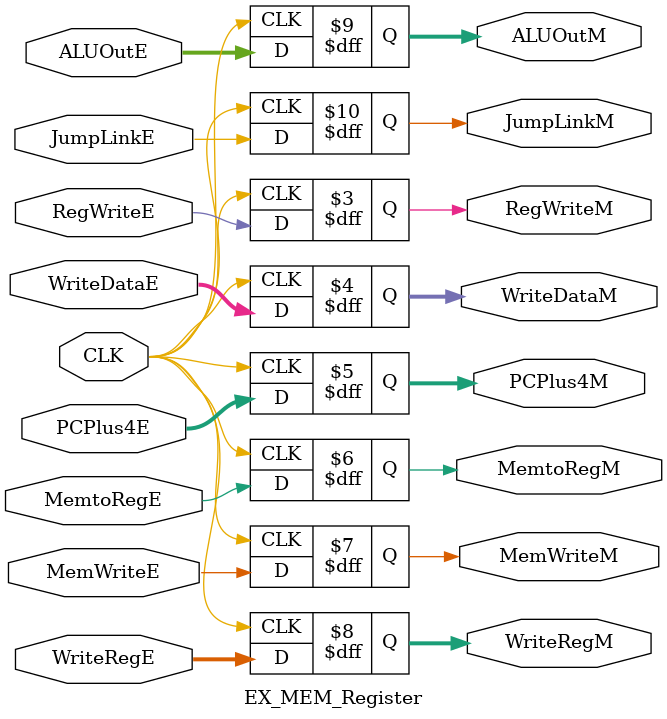
<source format=v>
`timescale 100fs/100fs

module EX_MEM_Register( input          RegWriteE
                      , input          MemtoRegE
                      , input          MemWriteE
                      , input          JumpLinkE
                      , input   [31:0] WriteDataE
                      , input   [31:0] PCPlus4E
                      , input              CLK
                      , input   [4:0]      WriteRegE
                      , input   [31:0]     ALUOutE
                      , output  reg        RegWriteM
                      , output  reg [31:0] WriteDataM
                      , output  reg [31:0] PCPlus4M
                      , output  reg        MemtoRegM
                      , output  reg        MemWriteM
                      , output  reg [4:0]  WriteRegM
                      , output  reg [31:0] ALUOutM
                      , output  reg        JumpLinkM
                      );        
    initial begin
        JumpLinkM <= 1'b0;
    end

    always @(posedge CLK) begin
        
        RegWriteM  <=  RegWriteE;
        WriteDataM <=  WriteDataE;
        MemtoRegM  <=  MemtoRegE;
        MemWriteM  <=  MemWriteE;
        WriteRegM  <=  WriteRegE;
        ALUOutM    <=  ALUOutE;
        JumpLinkM  <=  JumpLinkE;
        PCPlus4M   <=  PCPlus4E;
        
    end

    endmodule
</source>
